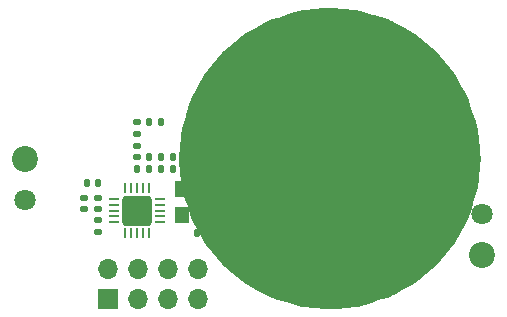
<source format=gbr>
%TF.GenerationSoftware,KiCad,Pcbnew,(5.99.0-7653-g7b9c21e290)*%
%TF.CreationDate,2021-01-21T05:12:34-07:00*%
%TF.ProjectId,buttonNRF24Board,62757474-6f6e-44e5-9246-3234426f6172,rev?*%
%TF.SameCoordinates,Original*%
%TF.FileFunction,Soldermask,Top*%
%TF.FilePolarity,Negative*%
%FSLAX46Y46*%
G04 Gerber Fmt 4.6, Leading zero omitted, Abs format (unit mm)*
G04 Created by KiCad (PCBNEW (5.99.0-7653-g7b9c21e290)) date 2021-01-21 05:12:34*
%MOMM*%
%LPD*%
G01*
G04 APERTURE LIST*
G04 Aperture macros list*
%AMRoundRect*
0 Rectangle with rounded corners*
0 $1 Rounding radius*
0 $2 $3 $4 $5 $6 $7 $8 $9 X,Y pos of 4 corners*
0 Add a 4 corners polygon primitive as box body*
4,1,4,$2,$3,$4,$5,$6,$7,$8,$9,$2,$3,0*
0 Add four circle primitives for the rounded corners*
1,1,$1+$1,$2,$3,0*
1,1,$1+$1,$4,$5,0*
1,1,$1+$1,$6,$7,0*
1,1,$1+$1,$8,$9,0*
0 Add four rect primitives between the rounded corners*
20,1,$1+$1,$2,$3,$4,$5,0*
20,1,$1+$1,$4,$5,$6,$7,0*
20,1,$1+$1,$6,$7,$8,$9,0*
20,1,$1+$1,$8,$9,$2,$3,0*%
G04 Aperture macros list end*
%ADD10C,12.775000*%
%ADD11RoundRect,0.147500X0.147500X0.172500X-0.147500X0.172500X-0.147500X-0.172500X0.147500X-0.172500X0*%
%ADD12RoundRect,0.147500X-0.172500X0.147500X-0.172500X-0.147500X0.172500X-0.147500X0.172500X0.147500X0*%
%ADD13RoundRect,0.147500X-0.147500X-0.172500X0.147500X-0.172500X0.147500X0.172500X-0.147500X0.172500X0*%
%ADD14RoundRect,0.147500X0.172500X-0.147500X0.172500X0.147500X-0.172500X0.147500X-0.172500X-0.147500X0*%
%ADD15C,1.800000*%
%ADD16RoundRect,0.062500X0.062500X-0.350000X0.062500X0.350000X-0.062500X0.350000X-0.062500X-0.350000X0*%
%ADD17RoundRect,0.062500X0.350000X-0.062500X0.350000X0.062500X-0.350000X0.062500X-0.350000X-0.062500X0*%
%ADD18RoundRect,0.250000X1.000000X-1.000000X1.000000X1.000000X-1.000000X1.000000X-1.000000X-1.000000X0*%
%ADD19R,1.200000X1.400000*%
%ADD20R,1.700000X1.700000*%
%ADD21O,1.700000X1.700000*%
%ADD22C,2.200000*%
G04 APERTURE END LIST*
D10*
X75187500Y-101100000D02*
G75*
G03*
X75187500Y-101100000I-6387500J0D01*
G01*
D11*
%TO.C,C3*%
X55485000Y-102000000D03*
X54515000Y-102000000D03*
%TD*%
D12*
%TO.C,C9*%
X48000000Y-104415000D03*
X48000000Y-105385000D03*
%TD*%
D13*
%TO.C,L1*%
X52515000Y-102000000D03*
X53485000Y-102000000D03*
%TD*%
D14*
%TO.C,R1*%
X59400000Y-105285000D03*
X59400000Y-104315000D03*
%TD*%
D15*
%TO.C,H4*%
X81700000Y-105800000D03*
%TD*%
D13*
%TO.C,C1*%
X57215000Y-102200000D03*
X58185000Y-102200000D03*
%TD*%
D11*
%TO.C,C2*%
X58485000Y-107400000D03*
X57515000Y-107400000D03*
%TD*%
D16*
%TO.C,U1*%
X51500000Y-107437500D03*
X52000000Y-107437500D03*
X52500000Y-107437500D03*
X53000000Y-107437500D03*
X53500000Y-107437500D03*
D17*
X54437500Y-106500000D03*
X54437500Y-106000000D03*
X54437500Y-105500000D03*
X54437500Y-105000000D03*
X54437500Y-104500000D03*
D16*
X53500000Y-103562500D03*
X53000000Y-103562500D03*
X52500000Y-103562500D03*
X52000000Y-103562500D03*
X51500000Y-103562500D03*
D17*
X50562500Y-104500000D03*
X50562500Y-105000000D03*
X50562500Y-105500000D03*
X50562500Y-106000000D03*
X50562500Y-106500000D03*
D18*
X52500000Y-105500000D03*
%TD*%
D19*
%TO.C,X1*%
X57950000Y-105900000D03*
X57950000Y-103700000D03*
X56250000Y-103700000D03*
X56250000Y-105900000D03*
%TD*%
D12*
%TO.C,L3*%
X52500000Y-100015000D03*
X52500000Y-100985000D03*
%TD*%
%TO.C,C8*%
X49200000Y-104415000D03*
X49200000Y-105385000D03*
%TD*%
D11*
%TO.C,C4*%
X56485000Y-101000000D03*
X55515000Y-101000000D03*
%TD*%
D13*
%TO.C,R2*%
X48215000Y-103200000D03*
X49185000Y-103200000D03*
%TD*%
%TO.C,C6*%
X53515000Y-98000000D03*
X54485000Y-98000000D03*
%TD*%
D15*
%TO.C,H2*%
X43000000Y-104650000D03*
%TD*%
D20*
%TO.C,J1*%
X50000000Y-113000000D03*
D21*
X50000000Y-110460000D03*
X52540000Y-113000000D03*
X52540000Y-110460000D03*
X55080000Y-113000000D03*
X55080000Y-110460000D03*
X57620000Y-113000000D03*
X57620000Y-110460000D03*
%TD*%
D13*
%TO.C,L2*%
X53515000Y-101000000D03*
X54485000Y-101000000D03*
%TD*%
D12*
%TO.C,C7*%
X49200000Y-106315000D03*
X49200000Y-107285000D03*
%TD*%
D14*
%TO.C,C5*%
X52500000Y-98985000D03*
X52500000Y-98015000D03*
%TD*%
D22*
%TO.C,H3*%
X81700000Y-109300000D03*
%TD*%
%TO.C,H1*%
X43000000Y-101150000D03*
%TD*%
M02*

</source>
